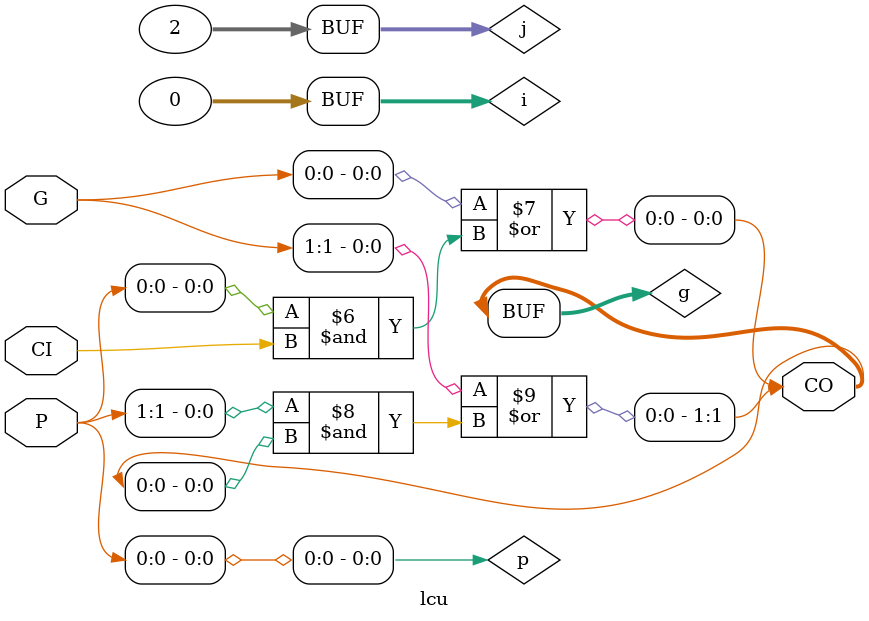
<source format=sv>
`ifdef VERILATOR_LINT
    `default_nettype none
`endif

module lcu (P, G, CI, CO);
    parameter WIDTH = 2;
    
    input wire [WIDTH-1:0] P, G;
    input wire CI;
    output wire [WIDTH-1:0] CO;

    integer i, j;
    logic [WIDTH-1:0] p, g;

    always @(*) begin
        p = P;
        g = G;

        // in almost all cases CI will be constant zero
        g[0] = g[0] | (p[0] & CI);

        // [[CITE]] Brent Kung Adder
        // R. P. Brent and H. T. Kung, "A Regular Layout for Parallel Adders",
        // IEEE Transaction on Computers, Vol. C-31, No. 3, p. 260-264, March, 1982

        // Main tree
        for (i = 1; i <= $clog2(WIDTH); i = i+1) begin
            for (j = 2**i - 1; j < WIDTH; j = j + 2**i) begin
                g[j] = g[j] | p[j] & g[j - 2**(i-1)];
                p[j] = p[j] & p[j - 2**(i-1)];
            end
        end

        // Inverse tree
        for (i = $clog2(WIDTH); i > 0; i = i-1) begin
            for (j = 2**i + 2**(i-1) - 1; j < WIDTH; j = j + 2**i) begin
                g[j] = g[j] | p[j] & g[j - 2**(i-1)];
                p[j] = p[j] & p[j - 2**(i-1)];
            end
        end
    end

    assign CO = g;
endmodule

</source>
